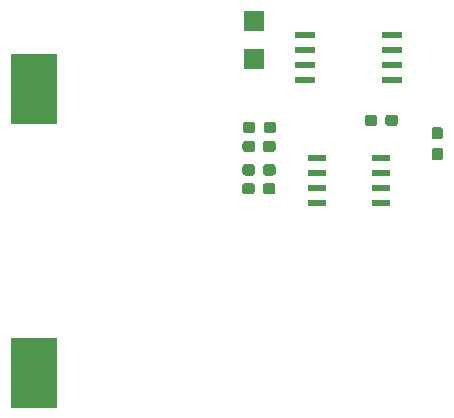
<source format=gbr>
G04 #@! TF.GenerationSoftware,KiCad,Pcbnew,(5.0.0-3-g5ebb6b6)*
G04 #@! TF.CreationDate,2019-05-19T23:31:11+02:00*
G04 #@! TF.ProjectId,RTC Board,52544320426F6172642E6B696361645F,rev?*
G04 #@! TF.SameCoordinates,Original*
G04 #@! TF.FileFunction,Paste,Top*
G04 #@! TF.FilePolarity,Positive*
%FSLAX46Y46*%
G04 Gerber Fmt 4.6, Leading zero omitted, Abs format (unit mm)*
G04 Created by KiCad (PCBNEW (5.0.0-3-g5ebb6b6)) date Sunday, 19 May 2019 at 23:31:11*
%MOMM*%
%LPD*%
G01*
G04 APERTURE LIST*
%ADD10C,0.100000*%
%ADD11C,0.950000*%
%ADD12R,1.750000X0.550000*%
%ADD13R,1.550000X0.600000*%
%ADD14R,1.800000X1.750000*%
%ADD15R,4.000000X6.000000*%
G04 APERTURE END LIST*
D10*
G04 #@! TO.C,R1*
G36*
X136710779Y-79226144D02*
X136733834Y-79229563D01*
X136756443Y-79235227D01*
X136778387Y-79243079D01*
X136799457Y-79253044D01*
X136819448Y-79265026D01*
X136838168Y-79278910D01*
X136855438Y-79294562D01*
X136871090Y-79311832D01*
X136884974Y-79330552D01*
X136896956Y-79350543D01*
X136906921Y-79371613D01*
X136914773Y-79393557D01*
X136920437Y-79416166D01*
X136923856Y-79439221D01*
X136925000Y-79462500D01*
X136925000Y-79937500D01*
X136923856Y-79960779D01*
X136920437Y-79983834D01*
X136914773Y-80006443D01*
X136906921Y-80028387D01*
X136896956Y-80049457D01*
X136884974Y-80069448D01*
X136871090Y-80088168D01*
X136855438Y-80105438D01*
X136838168Y-80121090D01*
X136819448Y-80134974D01*
X136799457Y-80146956D01*
X136778387Y-80156921D01*
X136756443Y-80164773D01*
X136733834Y-80170437D01*
X136710779Y-80173856D01*
X136687500Y-80175000D01*
X136112500Y-80175000D01*
X136089221Y-80173856D01*
X136066166Y-80170437D01*
X136043557Y-80164773D01*
X136021613Y-80156921D01*
X136000543Y-80146956D01*
X135980552Y-80134974D01*
X135961832Y-80121090D01*
X135944562Y-80105438D01*
X135928910Y-80088168D01*
X135915026Y-80069448D01*
X135903044Y-80049457D01*
X135893079Y-80028387D01*
X135885227Y-80006443D01*
X135879563Y-79983834D01*
X135876144Y-79960779D01*
X135875000Y-79937500D01*
X135875000Y-79462500D01*
X135876144Y-79439221D01*
X135879563Y-79416166D01*
X135885227Y-79393557D01*
X135893079Y-79371613D01*
X135903044Y-79350543D01*
X135915026Y-79330552D01*
X135928910Y-79311832D01*
X135944562Y-79294562D01*
X135961832Y-79278910D01*
X135980552Y-79265026D01*
X136000543Y-79253044D01*
X136021613Y-79243079D01*
X136043557Y-79235227D01*
X136066166Y-79229563D01*
X136089221Y-79226144D01*
X136112500Y-79225000D01*
X136687500Y-79225000D01*
X136710779Y-79226144D01*
X136710779Y-79226144D01*
G37*
D11*
X136400000Y-79700000D03*
D10*
G36*
X138460779Y-79226144D02*
X138483834Y-79229563D01*
X138506443Y-79235227D01*
X138528387Y-79243079D01*
X138549457Y-79253044D01*
X138569448Y-79265026D01*
X138588168Y-79278910D01*
X138605438Y-79294562D01*
X138621090Y-79311832D01*
X138634974Y-79330552D01*
X138646956Y-79350543D01*
X138656921Y-79371613D01*
X138664773Y-79393557D01*
X138670437Y-79416166D01*
X138673856Y-79439221D01*
X138675000Y-79462500D01*
X138675000Y-79937500D01*
X138673856Y-79960779D01*
X138670437Y-79983834D01*
X138664773Y-80006443D01*
X138656921Y-80028387D01*
X138646956Y-80049457D01*
X138634974Y-80069448D01*
X138621090Y-80088168D01*
X138605438Y-80105438D01*
X138588168Y-80121090D01*
X138569448Y-80134974D01*
X138549457Y-80146956D01*
X138528387Y-80156921D01*
X138506443Y-80164773D01*
X138483834Y-80170437D01*
X138460779Y-80173856D01*
X138437500Y-80175000D01*
X137862500Y-80175000D01*
X137839221Y-80173856D01*
X137816166Y-80170437D01*
X137793557Y-80164773D01*
X137771613Y-80156921D01*
X137750543Y-80146956D01*
X137730552Y-80134974D01*
X137711832Y-80121090D01*
X137694562Y-80105438D01*
X137678910Y-80088168D01*
X137665026Y-80069448D01*
X137653044Y-80049457D01*
X137643079Y-80028387D01*
X137635227Y-80006443D01*
X137629563Y-79983834D01*
X137626144Y-79960779D01*
X137625000Y-79937500D01*
X137625000Y-79462500D01*
X137626144Y-79439221D01*
X137629563Y-79416166D01*
X137635227Y-79393557D01*
X137643079Y-79371613D01*
X137653044Y-79350543D01*
X137665026Y-79330552D01*
X137678910Y-79311832D01*
X137694562Y-79294562D01*
X137711832Y-79278910D01*
X137730552Y-79265026D01*
X137750543Y-79253044D01*
X137771613Y-79243079D01*
X137793557Y-79235227D01*
X137816166Y-79229563D01*
X137839221Y-79226144D01*
X137862500Y-79225000D01*
X138437500Y-79225000D01*
X138460779Y-79226144D01*
X138460779Y-79226144D01*
G37*
D11*
X138150000Y-79700000D03*
G04 #@! TD*
D10*
G04 #@! TO.C,R2*
G36*
X142272179Y-80273544D02*
X142295234Y-80276963D01*
X142317843Y-80282627D01*
X142339787Y-80290479D01*
X142360857Y-80300444D01*
X142380848Y-80312426D01*
X142399568Y-80326310D01*
X142416838Y-80341962D01*
X142432490Y-80359232D01*
X142446374Y-80377952D01*
X142458356Y-80397943D01*
X142468321Y-80419013D01*
X142476173Y-80440957D01*
X142481837Y-80463566D01*
X142485256Y-80486621D01*
X142486400Y-80509900D01*
X142486400Y-81084900D01*
X142485256Y-81108179D01*
X142481837Y-81131234D01*
X142476173Y-81153843D01*
X142468321Y-81175787D01*
X142458356Y-81196857D01*
X142446374Y-81216848D01*
X142432490Y-81235568D01*
X142416838Y-81252838D01*
X142399568Y-81268490D01*
X142380848Y-81282374D01*
X142360857Y-81294356D01*
X142339787Y-81304321D01*
X142317843Y-81312173D01*
X142295234Y-81317837D01*
X142272179Y-81321256D01*
X142248900Y-81322400D01*
X141773900Y-81322400D01*
X141750621Y-81321256D01*
X141727566Y-81317837D01*
X141704957Y-81312173D01*
X141683013Y-81304321D01*
X141661943Y-81294356D01*
X141641952Y-81282374D01*
X141623232Y-81268490D01*
X141605962Y-81252838D01*
X141590310Y-81235568D01*
X141576426Y-81216848D01*
X141564444Y-81196857D01*
X141554479Y-81175787D01*
X141546627Y-81153843D01*
X141540963Y-81131234D01*
X141537544Y-81108179D01*
X141536400Y-81084900D01*
X141536400Y-80509900D01*
X141537544Y-80486621D01*
X141540963Y-80463566D01*
X141546627Y-80440957D01*
X141554479Y-80419013D01*
X141564444Y-80397943D01*
X141576426Y-80377952D01*
X141590310Y-80359232D01*
X141605962Y-80341962D01*
X141623232Y-80326310D01*
X141641952Y-80312426D01*
X141661943Y-80300444D01*
X141683013Y-80290479D01*
X141704957Y-80282627D01*
X141727566Y-80276963D01*
X141750621Y-80273544D01*
X141773900Y-80272400D01*
X142248900Y-80272400D01*
X142272179Y-80273544D01*
X142272179Y-80273544D01*
G37*
D11*
X142011400Y-80797400D03*
D10*
G36*
X142272179Y-82023544D02*
X142295234Y-82026963D01*
X142317843Y-82032627D01*
X142339787Y-82040479D01*
X142360857Y-82050444D01*
X142380848Y-82062426D01*
X142399568Y-82076310D01*
X142416838Y-82091962D01*
X142432490Y-82109232D01*
X142446374Y-82127952D01*
X142458356Y-82147943D01*
X142468321Y-82169013D01*
X142476173Y-82190957D01*
X142481837Y-82213566D01*
X142485256Y-82236621D01*
X142486400Y-82259900D01*
X142486400Y-82834900D01*
X142485256Y-82858179D01*
X142481837Y-82881234D01*
X142476173Y-82903843D01*
X142468321Y-82925787D01*
X142458356Y-82946857D01*
X142446374Y-82966848D01*
X142432490Y-82985568D01*
X142416838Y-83002838D01*
X142399568Y-83018490D01*
X142380848Y-83032374D01*
X142360857Y-83044356D01*
X142339787Y-83054321D01*
X142317843Y-83062173D01*
X142295234Y-83067837D01*
X142272179Y-83071256D01*
X142248900Y-83072400D01*
X141773900Y-83072400D01*
X141750621Y-83071256D01*
X141727566Y-83067837D01*
X141704957Y-83062173D01*
X141683013Y-83054321D01*
X141661943Y-83044356D01*
X141641952Y-83032374D01*
X141623232Y-83018490D01*
X141605962Y-83002838D01*
X141590310Y-82985568D01*
X141576426Y-82966848D01*
X141564444Y-82946857D01*
X141554479Y-82925787D01*
X141546627Y-82903843D01*
X141540963Y-82881234D01*
X141537544Y-82858179D01*
X141536400Y-82834900D01*
X141536400Y-82259900D01*
X141537544Y-82236621D01*
X141540963Y-82213566D01*
X141546627Y-82190957D01*
X141554479Y-82169013D01*
X141564444Y-82147943D01*
X141576426Y-82127952D01*
X141590310Y-82109232D01*
X141605962Y-82091962D01*
X141623232Y-82076310D01*
X141641952Y-82062426D01*
X141661943Y-82050444D01*
X141683013Y-82040479D01*
X141704957Y-82032627D01*
X141727566Y-82026963D01*
X141750621Y-82023544D01*
X141773900Y-82022400D01*
X142248900Y-82022400D01*
X142272179Y-82023544D01*
X142272179Y-82023544D01*
G37*
D11*
X142011400Y-82547400D03*
G04 #@! TD*
D12*
G04 #@! TO.C,U1*
X130793000Y-72440800D03*
X130793000Y-73710800D03*
X130793000Y-74980800D03*
X130793000Y-76250800D03*
X138193000Y-76250800D03*
X138193000Y-74980800D03*
X138193000Y-73710800D03*
X138193000Y-72440800D03*
G04 #@! TD*
D13*
G04 #@! TO.C,U2*
X131826000Y-82880200D03*
X131826000Y-84150200D03*
X131826000Y-85420200D03*
X131826000Y-86690200D03*
X137226000Y-86690200D03*
X137226000Y-85420200D03*
X137226000Y-84150200D03*
X137226000Y-82880200D03*
G04 #@! TD*
D14*
G04 #@! TO.C,Y1*
X126500000Y-71250000D03*
X126500000Y-74500000D03*
G04 #@! TD*
D15*
G04 #@! TO.C,BT1*
X107910000Y-101060000D03*
X107910000Y-77060000D03*
G04 #@! TD*
D10*
G04 #@! TO.C,R3*
G36*
X128085779Y-85026144D02*
X128108834Y-85029563D01*
X128131443Y-85035227D01*
X128153387Y-85043079D01*
X128174457Y-85053044D01*
X128194448Y-85065026D01*
X128213168Y-85078910D01*
X128230438Y-85094562D01*
X128246090Y-85111832D01*
X128259974Y-85130552D01*
X128271956Y-85150543D01*
X128281921Y-85171613D01*
X128289773Y-85193557D01*
X128295437Y-85216166D01*
X128298856Y-85239221D01*
X128300000Y-85262500D01*
X128300000Y-85737500D01*
X128298856Y-85760779D01*
X128295437Y-85783834D01*
X128289773Y-85806443D01*
X128281921Y-85828387D01*
X128271956Y-85849457D01*
X128259974Y-85869448D01*
X128246090Y-85888168D01*
X128230438Y-85905438D01*
X128213168Y-85921090D01*
X128194448Y-85934974D01*
X128174457Y-85946956D01*
X128153387Y-85956921D01*
X128131443Y-85964773D01*
X128108834Y-85970437D01*
X128085779Y-85973856D01*
X128062500Y-85975000D01*
X127487500Y-85975000D01*
X127464221Y-85973856D01*
X127441166Y-85970437D01*
X127418557Y-85964773D01*
X127396613Y-85956921D01*
X127375543Y-85946956D01*
X127355552Y-85934974D01*
X127336832Y-85921090D01*
X127319562Y-85905438D01*
X127303910Y-85888168D01*
X127290026Y-85869448D01*
X127278044Y-85849457D01*
X127268079Y-85828387D01*
X127260227Y-85806443D01*
X127254563Y-85783834D01*
X127251144Y-85760779D01*
X127250000Y-85737500D01*
X127250000Y-85262500D01*
X127251144Y-85239221D01*
X127254563Y-85216166D01*
X127260227Y-85193557D01*
X127268079Y-85171613D01*
X127278044Y-85150543D01*
X127290026Y-85130552D01*
X127303910Y-85111832D01*
X127319562Y-85094562D01*
X127336832Y-85078910D01*
X127355552Y-85065026D01*
X127375543Y-85053044D01*
X127396613Y-85043079D01*
X127418557Y-85035227D01*
X127441166Y-85029563D01*
X127464221Y-85026144D01*
X127487500Y-85025000D01*
X128062500Y-85025000D01*
X128085779Y-85026144D01*
X128085779Y-85026144D01*
G37*
D11*
X127775000Y-85500000D03*
D10*
G36*
X126335779Y-85026144D02*
X126358834Y-85029563D01*
X126381443Y-85035227D01*
X126403387Y-85043079D01*
X126424457Y-85053044D01*
X126444448Y-85065026D01*
X126463168Y-85078910D01*
X126480438Y-85094562D01*
X126496090Y-85111832D01*
X126509974Y-85130552D01*
X126521956Y-85150543D01*
X126531921Y-85171613D01*
X126539773Y-85193557D01*
X126545437Y-85216166D01*
X126548856Y-85239221D01*
X126550000Y-85262500D01*
X126550000Y-85737500D01*
X126548856Y-85760779D01*
X126545437Y-85783834D01*
X126539773Y-85806443D01*
X126531921Y-85828387D01*
X126521956Y-85849457D01*
X126509974Y-85869448D01*
X126496090Y-85888168D01*
X126480438Y-85905438D01*
X126463168Y-85921090D01*
X126444448Y-85934974D01*
X126424457Y-85946956D01*
X126403387Y-85956921D01*
X126381443Y-85964773D01*
X126358834Y-85970437D01*
X126335779Y-85973856D01*
X126312500Y-85975000D01*
X125737500Y-85975000D01*
X125714221Y-85973856D01*
X125691166Y-85970437D01*
X125668557Y-85964773D01*
X125646613Y-85956921D01*
X125625543Y-85946956D01*
X125605552Y-85934974D01*
X125586832Y-85921090D01*
X125569562Y-85905438D01*
X125553910Y-85888168D01*
X125540026Y-85869448D01*
X125528044Y-85849457D01*
X125518079Y-85828387D01*
X125510227Y-85806443D01*
X125504563Y-85783834D01*
X125501144Y-85760779D01*
X125500000Y-85737500D01*
X125500000Y-85262500D01*
X125501144Y-85239221D01*
X125504563Y-85216166D01*
X125510227Y-85193557D01*
X125518079Y-85171613D01*
X125528044Y-85150543D01*
X125540026Y-85130552D01*
X125553910Y-85111832D01*
X125569562Y-85094562D01*
X125586832Y-85078910D01*
X125605552Y-85065026D01*
X125625543Y-85053044D01*
X125646613Y-85043079D01*
X125668557Y-85035227D01*
X125691166Y-85029563D01*
X125714221Y-85026144D01*
X125737500Y-85025000D01*
X126312500Y-85025000D01*
X126335779Y-85026144D01*
X126335779Y-85026144D01*
G37*
D11*
X126025000Y-85500000D03*
G04 #@! TD*
D10*
G04 #@! TO.C,R4*
G36*
X126360779Y-83426144D02*
X126383834Y-83429563D01*
X126406443Y-83435227D01*
X126428387Y-83443079D01*
X126449457Y-83453044D01*
X126469448Y-83465026D01*
X126488168Y-83478910D01*
X126505438Y-83494562D01*
X126521090Y-83511832D01*
X126534974Y-83530552D01*
X126546956Y-83550543D01*
X126556921Y-83571613D01*
X126564773Y-83593557D01*
X126570437Y-83616166D01*
X126573856Y-83639221D01*
X126575000Y-83662500D01*
X126575000Y-84137500D01*
X126573856Y-84160779D01*
X126570437Y-84183834D01*
X126564773Y-84206443D01*
X126556921Y-84228387D01*
X126546956Y-84249457D01*
X126534974Y-84269448D01*
X126521090Y-84288168D01*
X126505438Y-84305438D01*
X126488168Y-84321090D01*
X126469448Y-84334974D01*
X126449457Y-84346956D01*
X126428387Y-84356921D01*
X126406443Y-84364773D01*
X126383834Y-84370437D01*
X126360779Y-84373856D01*
X126337500Y-84375000D01*
X125762500Y-84375000D01*
X125739221Y-84373856D01*
X125716166Y-84370437D01*
X125693557Y-84364773D01*
X125671613Y-84356921D01*
X125650543Y-84346956D01*
X125630552Y-84334974D01*
X125611832Y-84321090D01*
X125594562Y-84305438D01*
X125578910Y-84288168D01*
X125565026Y-84269448D01*
X125553044Y-84249457D01*
X125543079Y-84228387D01*
X125535227Y-84206443D01*
X125529563Y-84183834D01*
X125526144Y-84160779D01*
X125525000Y-84137500D01*
X125525000Y-83662500D01*
X125526144Y-83639221D01*
X125529563Y-83616166D01*
X125535227Y-83593557D01*
X125543079Y-83571613D01*
X125553044Y-83550543D01*
X125565026Y-83530552D01*
X125578910Y-83511832D01*
X125594562Y-83494562D01*
X125611832Y-83478910D01*
X125630552Y-83465026D01*
X125650543Y-83453044D01*
X125671613Y-83443079D01*
X125693557Y-83435227D01*
X125716166Y-83429563D01*
X125739221Y-83426144D01*
X125762500Y-83425000D01*
X126337500Y-83425000D01*
X126360779Y-83426144D01*
X126360779Y-83426144D01*
G37*
D11*
X126050000Y-83900000D03*
D10*
G36*
X128110779Y-83426144D02*
X128133834Y-83429563D01*
X128156443Y-83435227D01*
X128178387Y-83443079D01*
X128199457Y-83453044D01*
X128219448Y-83465026D01*
X128238168Y-83478910D01*
X128255438Y-83494562D01*
X128271090Y-83511832D01*
X128284974Y-83530552D01*
X128296956Y-83550543D01*
X128306921Y-83571613D01*
X128314773Y-83593557D01*
X128320437Y-83616166D01*
X128323856Y-83639221D01*
X128325000Y-83662500D01*
X128325000Y-84137500D01*
X128323856Y-84160779D01*
X128320437Y-84183834D01*
X128314773Y-84206443D01*
X128306921Y-84228387D01*
X128296956Y-84249457D01*
X128284974Y-84269448D01*
X128271090Y-84288168D01*
X128255438Y-84305438D01*
X128238168Y-84321090D01*
X128219448Y-84334974D01*
X128199457Y-84346956D01*
X128178387Y-84356921D01*
X128156443Y-84364773D01*
X128133834Y-84370437D01*
X128110779Y-84373856D01*
X128087500Y-84375000D01*
X127512500Y-84375000D01*
X127489221Y-84373856D01*
X127466166Y-84370437D01*
X127443557Y-84364773D01*
X127421613Y-84356921D01*
X127400543Y-84346956D01*
X127380552Y-84334974D01*
X127361832Y-84321090D01*
X127344562Y-84305438D01*
X127328910Y-84288168D01*
X127315026Y-84269448D01*
X127303044Y-84249457D01*
X127293079Y-84228387D01*
X127285227Y-84206443D01*
X127279563Y-84183834D01*
X127276144Y-84160779D01*
X127275000Y-84137500D01*
X127275000Y-83662500D01*
X127276144Y-83639221D01*
X127279563Y-83616166D01*
X127285227Y-83593557D01*
X127293079Y-83571613D01*
X127303044Y-83550543D01*
X127315026Y-83530552D01*
X127328910Y-83511832D01*
X127344562Y-83494562D01*
X127361832Y-83478910D01*
X127380552Y-83465026D01*
X127400543Y-83453044D01*
X127421613Y-83443079D01*
X127443557Y-83435227D01*
X127466166Y-83429563D01*
X127489221Y-83426144D01*
X127512500Y-83425000D01*
X128087500Y-83425000D01*
X128110779Y-83426144D01*
X128110779Y-83426144D01*
G37*
D11*
X127800000Y-83900000D03*
G04 #@! TD*
D10*
G04 #@! TO.C,R5*
G36*
X128160779Y-79826144D02*
X128183834Y-79829563D01*
X128206443Y-79835227D01*
X128228387Y-79843079D01*
X128249457Y-79853044D01*
X128269448Y-79865026D01*
X128288168Y-79878910D01*
X128305438Y-79894562D01*
X128321090Y-79911832D01*
X128334974Y-79930552D01*
X128346956Y-79950543D01*
X128356921Y-79971613D01*
X128364773Y-79993557D01*
X128370437Y-80016166D01*
X128373856Y-80039221D01*
X128375000Y-80062500D01*
X128375000Y-80537500D01*
X128373856Y-80560779D01*
X128370437Y-80583834D01*
X128364773Y-80606443D01*
X128356921Y-80628387D01*
X128346956Y-80649457D01*
X128334974Y-80669448D01*
X128321090Y-80688168D01*
X128305438Y-80705438D01*
X128288168Y-80721090D01*
X128269448Y-80734974D01*
X128249457Y-80746956D01*
X128228387Y-80756921D01*
X128206443Y-80764773D01*
X128183834Y-80770437D01*
X128160779Y-80773856D01*
X128137500Y-80775000D01*
X127562500Y-80775000D01*
X127539221Y-80773856D01*
X127516166Y-80770437D01*
X127493557Y-80764773D01*
X127471613Y-80756921D01*
X127450543Y-80746956D01*
X127430552Y-80734974D01*
X127411832Y-80721090D01*
X127394562Y-80705438D01*
X127378910Y-80688168D01*
X127365026Y-80669448D01*
X127353044Y-80649457D01*
X127343079Y-80628387D01*
X127335227Y-80606443D01*
X127329563Y-80583834D01*
X127326144Y-80560779D01*
X127325000Y-80537500D01*
X127325000Y-80062500D01*
X127326144Y-80039221D01*
X127329563Y-80016166D01*
X127335227Y-79993557D01*
X127343079Y-79971613D01*
X127353044Y-79950543D01*
X127365026Y-79930552D01*
X127378910Y-79911832D01*
X127394562Y-79894562D01*
X127411832Y-79878910D01*
X127430552Y-79865026D01*
X127450543Y-79853044D01*
X127471613Y-79843079D01*
X127493557Y-79835227D01*
X127516166Y-79829563D01*
X127539221Y-79826144D01*
X127562500Y-79825000D01*
X128137500Y-79825000D01*
X128160779Y-79826144D01*
X128160779Y-79826144D01*
G37*
D11*
X127850000Y-80300000D03*
D10*
G36*
X126410779Y-79826144D02*
X126433834Y-79829563D01*
X126456443Y-79835227D01*
X126478387Y-79843079D01*
X126499457Y-79853044D01*
X126519448Y-79865026D01*
X126538168Y-79878910D01*
X126555438Y-79894562D01*
X126571090Y-79911832D01*
X126584974Y-79930552D01*
X126596956Y-79950543D01*
X126606921Y-79971613D01*
X126614773Y-79993557D01*
X126620437Y-80016166D01*
X126623856Y-80039221D01*
X126625000Y-80062500D01*
X126625000Y-80537500D01*
X126623856Y-80560779D01*
X126620437Y-80583834D01*
X126614773Y-80606443D01*
X126606921Y-80628387D01*
X126596956Y-80649457D01*
X126584974Y-80669448D01*
X126571090Y-80688168D01*
X126555438Y-80705438D01*
X126538168Y-80721090D01*
X126519448Y-80734974D01*
X126499457Y-80746956D01*
X126478387Y-80756921D01*
X126456443Y-80764773D01*
X126433834Y-80770437D01*
X126410779Y-80773856D01*
X126387500Y-80775000D01*
X125812500Y-80775000D01*
X125789221Y-80773856D01*
X125766166Y-80770437D01*
X125743557Y-80764773D01*
X125721613Y-80756921D01*
X125700543Y-80746956D01*
X125680552Y-80734974D01*
X125661832Y-80721090D01*
X125644562Y-80705438D01*
X125628910Y-80688168D01*
X125615026Y-80669448D01*
X125603044Y-80649457D01*
X125593079Y-80628387D01*
X125585227Y-80606443D01*
X125579563Y-80583834D01*
X125576144Y-80560779D01*
X125575000Y-80537500D01*
X125575000Y-80062500D01*
X125576144Y-80039221D01*
X125579563Y-80016166D01*
X125585227Y-79993557D01*
X125593079Y-79971613D01*
X125603044Y-79950543D01*
X125615026Y-79930552D01*
X125628910Y-79911832D01*
X125644562Y-79894562D01*
X125661832Y-79878910D01*
X125680552Y-79865026D01*
X125700543Y-79853044D01*
X125721613Y-79843079D01*
X125743557Y-79835227D01*
X125766166Y-79829563D01*
X125789221Y-79826144D01*
X125812500Y-79825000D01*
X126387500Y-79825000D01*
X126410779Y-79826144D01*
X126410779Y-79826144D01*
G37*
D11*
X126100000Y-80300000D03*
G04 #@! TD*
D10*
G04 #@! TO.C,R6*
G36*
X126360779Y-81426144D02*
X126383834Y-81429563D01*
X126406443Y-81435227D01*
X126428387Y-81443079D01*
X126449457Y-81453044D01*
X126469448Y-81465026D01*
X126488168Y-81478910D01*
X126505438Y-81494562D01*
X126521090Y-81511832D01*
X126534974Y-81530552D01*
X126546956Y-81550543D01*
X126556921Y-81571613D01*
X126564773Y-81593557D01*
X126570437Y-81616166D01*
X126573856Y-81639221D01*
X126575000Y-81662500D01*
X126575000Y-82137500D01*
X126573856Y-82160779D01*
X126570437Y-82183834D01*
X126564773Y-82206443D01*
X126556921Y-82228387D01*
X126546956Y-82249457D01*
X126534974Y-82269448D01*
X126521090Y-82288168D01*
X126505438Y-82305438D01*
X126488168Y-82321090D01*
X126469448Y-82334974D01*
X126449457Y-82346956D01*
X126428387Y-82356921D01*
X126406443Y-82364773D01*
X126383834Y-82370437D01*
X126360779Y-82373856D01*
X126337500Y-82375000D01*
X125762500Y-82375000D01*
X125739221Y-82373856D01*
X125716166Y-82370437D01*
X125693557Y-82364773D01*
X125671613Y-82356921D01*
X125650543Y-82346956D01*
X125630552Y-82334974D01*
X125611832Y-82321090D01*
X125594562Y-82305438D01*
X125578910Y-82288168D01*
X125565026Y-82269448D01*
X125553044Y-82249457D01*
X125543079Y-82228387D01*
X125535227Y-82206443D01*
X125529563Y-82183834D01*
X125526144Y-82160779D01*
X125525000Y-82137500D01*
X125525000Y-81662500D01*
X125526144Y-81639221D01*
X125529563Y-81616166D01*
X125535227Y-81593557D01*
X125543079Y-81571613D01*
X125553044Y-81550543D01*
X125565026Y-81530552D01*
X125578910Y-81511832D01*
X125594562Y-81494562D01*
X125611832Y-81478910D01*
X125630552Y-81465026D01*
X125650543Y-81453044D01*
X125671613Y-81443079D01*
X125693557Y-81435227D01*
X125716166Y-81429563D01*
X125739221Y-81426144D01*
X125762500Y-81425000D01*
X126337500Y-81425000D01*
X126360779Y-81426144D01*
X126360779Y-81426144D01*
G37*
D11*
X126050000Y-81900000D03*
D10*
G36*
X128110779Y-81426144D02*
X128133834Y-81429563D01*
X128156443Y-81435227D01*
X128178387Y-81443079D01*
X128199457Y-81453044D01*
X128219448Y-81465026D01*
X128238168Y-81478910D01*
X128255438Y-81494562D01*
X128271090Y-81511832D01*
X128284974Y-81530552D01*
X128296956Y-81550543D01*
X128306921Y-81571613D01*
X128314773Y-81593557D01*
X128320437Y-81616166D01*
X128323856Y-81639221D01*
X128325000Y-81662500D01*
X128325000Y-82137500D01*
X128323856Y-82160779D01*
X128320437Y-82183834D01*
X128314773Y-82206443D01*
X128306921Y-82228387D01*
X128296956Y-82249457D01*
X128284974Y-82269448D01*
X128271090Y-82288168D01*
X128255438Y-82305438D01*
X128238168Y-82321090D01*
X128219448Y-82334974D01*
X128199457Y-82346956D01*
X128178387Y-82356921D01*
X128156443Y-82364773D01*
X128133834Y-82370437D01*
X128110779Y-82373856D01*
X128087500Y-82375000D01*
X127512500Y-82375000D01*
X127489221Y-82373856D01*
X127466166Y-82370437D01*
X127443557Y-82364773D01*
X127421613Y-82356921D01*
X127400543Y-82346956D01*
X127380552Y-82334974D01*
X127361832Y-82321090D01*
X127344562Y-82305438D01*
X127328910Y-82288168D01*
X127315026Y-82269448D01*
X127303044Y-82249457D01*
X127293079Y-82228387D01*
X127285227Y-82206443D01*
X127279563Y-82183834D01*
X127276144Y-82160779D01*
X127275000Y-82137500D01*
X127275000Y-81662500D01*
X127276144Y-81639221D01*
X127279563Y-81616166D01*
X127285227Y-81593557D01*
X127293079Y-81571613D01*
X127303044Y-81550543D01*
X127315026Y-81530552D01*
X127328910Y-81511832D01*
X127344562Y-81494562D01*
X127361832Y-81478910D01*
X127380552Y-81465026D01*
X127400543Y-81453044D01*
X127421613Y-81443079D01*
X127443557Y-81435227D01*
X127466166Y-81429563D01*
X127489221Y-81426144D01*
X127512500Y-81425000D01*
X128087500Y-81425000D01*
X128110779Y-81426144D01*
X128110779Y-81426144D01*
G37*
D11*
X127800000Y-81900000D03*
G04 #@! TD*
M02*

</source>
